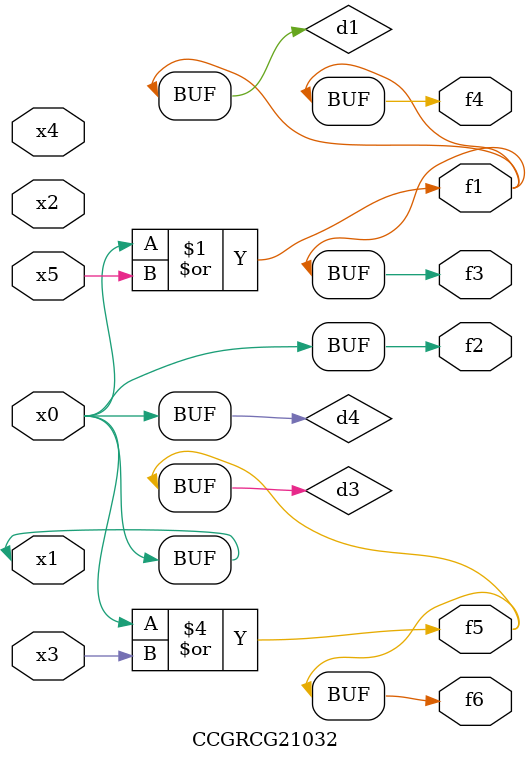
<source format=v>
module CCGRCG21032(
	input x0, x1, x2, x3, x4, x5,
	output f1, f2, f3, f4, f5, f6
);

	wire d1, d2, d3, d4;

	or (d1, x0, x5);
	xnor (d2, x1, x4);
	or (d3, x0, x3);
	buf (d4, x0, x1);
	assign f1 = d1;
	assign f2 = d4;
	assign f3 = d1;
	assign f4 = d1;
	assign f5 = d3;
	assign f6 = d3;
endmodule

</source>
